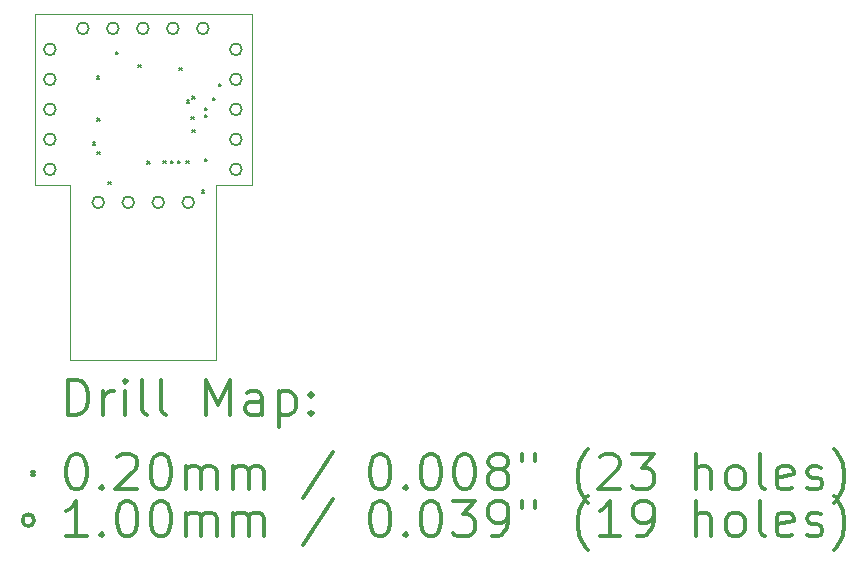
<source format=gbr>
%FSLAX45Y45*%
G04 Gerber Fmt 4.5, Leading zero omitted, Abs format (unit mm)*
G04 Created by KiCad (PCBNEW (5.1.9)-1) date 2021-08-06 11:35:15*
%MOMM*%
%LPD*%
G01*
G04 APERTURE LIST*
%TA.AperFunction,Profile*%
%ADD10C,0.050000*%
%TD*%
%ADD11C,0.200000*%
%ADD12C,0.300000*%
G04 APERTURE END LIST*
D10*
X11540000Y-10000000D02*
X11240000Y-10000000D01*
X11540000Y-8550000D02*
X11540000Y-10000000D01*
X9700000Y-8550000D02*
X11540000Y-8550000D01*
X9700000Y-10000000D02*
X9700000Y-8550000D01*
X10000000Y-10000000D02*
X9700000Y-10000000D01*
X11240000Y-10000000D02*
X11240000Y-11480000D01*
X10000000Y-11480000D02*
X11240000Y-11480000D01*
X10000000Y-10000000D02*
X10000000Y-11480000D01*
D11*
X10192163Y-9639969D02*
X10212163Y-9659969D01*
X10212163Y-9639969D02*
X10192163Y-9659969D01*
X10229563Y-9081200D02*
X10249563Y-9101200D01*
X10249563Y-9081200D02*
X10229563Y-9101200D01*
X10232165Y-9718284D02*
X10252165Y-9738284D01*
X10252165Y-9718284D02*
X10232165Y-9738284D01*
X10233000Y-9435720D02*
X10253000Y-9455720D01*
X10253000Y-9435720D02*
X10233000Y-9455720D01*
X10324581Y-9972009D02*
X10344581Y-9992009D01*
X10344581Y-9972009D02*
X10324581Y-9992009D01*
X10386734Y-8873507D02*
X10406734Y-8893507D01*
X10406734Y-8873507D02*
X10386734Y-8893507D01*
X10579975Y-8983419D02*
X10599975Y-9003419D01*
X10599975Y-8983419D02*
X10579975Y-9003419D01*
X10654243Y-9798334D02*
X10674243Y-9818334D01*
X10674243Y-9798334D02*
X10654243Y-9818334D01*
X10792004Y-9795100D02*
X10812004Y-9815100D01*
X10812004Y-9795100D02*
X10792004Y-9815100D01*
X10852000Y-9794400D02*
X10872000Y-9814400D01*
X10872000Y-9794400D02*
X10852000Y-9814400D01*
X10912000Y-9794400D02*
X10932000Y-9814400D01*
X10932000Y-9794400D02*
X10912000Y-9814400D01*
X10924700Y-9007000D02*
X10944700Y-9027000D01*
X10944700Y-9007000D02*
X10924700Y-9027000D01*
X10985000Y-9794400D02*
X11005000Y-9814400D01*
X11005000Y-9794400D02*
X10985000Y-9814400D01*
X10987000Y-9283410D02*
X11007000Y-9303410D01*
X11007000Y-9283410D02*
X10987000Y-9303410D01*
X11028607Y-9423400D02*
X11048607Y-9443400D01*
X11048607Y-9423400D02*
X11028607Y-9443400D01*
X11034564Y-9532529D02*
X11054564Y-9552529D01*
X11054564Y-9532529D02*
X11034564Y-9552529D01*
X11036267Y-9249163D02*
X11056267Y-9269163D01*
X11056267Y-9249163D02*
X11036267Y-9269163D01*
X11117697Y-10045485D02*
X11137697Y-10065485D01*
X11137697Y-10045485D02*
X11117697Y-10065485D01*
X11142500Y-9780100D02*
X11162500Y-9800100D01*
X11162500Y-9780100D02*
X11142500Y-9800100D01*
X11143035Y-9348328D02*
X11163035Y-9368328D01*
X11163035Y-9348328D02*
X11143035Y-9368328D01*
X11143259Y-9408328D02*
X11163259Y-9428328D01*
X11163259Y-9408328D02*
X11143259Y-9428328D01*
X11207656Y-9263686D02*
X11227656Y-9283686D01*
X11227656Y-9263686D02*
X11207656Y-9283686D01*
X11259966Y-9144187D02*
X11279966Y-9164187D01*
X11279966Y-9144187D02*
X11259966Y-9164187D01*
X9879800Y-8851900D02*
G75*
G03*
X9879800Y-8851900I-50000J0D01*
G01*
X9879800Y-9105900D02*
G75*
G03*
X9879800Y-9105900I-50000J0D01*
G01*
X9879800Y-9359900D02*
G75*
G03*
X9879800Y-9359900I-50000J0D01*
G01*
X9879800Y-9613900D02*
G75*
G03*
X9879800Y-9613900I-50000J0D01*
G01*
X9879800Y-9867900D02*
G75*
G03*
X9879800Y-9867900I-50000J0D01*
G01*
X10159200Y-8674100D02*
G75*
G03*
X10159200Y-8674100I-50000J0D01*
G01*
X10290000Y-10147300D02*
G75*
G03*
X10290000Y-10147300I-50000J0D01*
G01*
X10413200Y-8674100D02*
G75*
G03*
X10413200Y-8674100I-50000J0D01*
G01*
X10544000Y-10147300D02*
G75*
G03*
X10544000Y-10147300I-50000J0D01*
G01*
X10667200Y-8674100D02*
G75*
G03*
X10667200Y-8674100I-50000J0D01*
G01*
X10798000Y-10147300D02*
G75*
G03*
X10798000Y-10147300I-50000J0D01*
G01*
X10921200Y-8674100D02*
G75*
G03*
X10921200Y-8674100I-50000J0D01*
G01*
X11052000Y-10147300D02*
G75*
G03*
X11052000Y-10147300I-50000J0D01*
G01*
X11175200Y-8674100D02*
G75*
G03*
X11175200Y-8674100I-50000J0D01*
G01*
X11454600Y-8851900D02*
G75*
G03*
X11454600Y-8851900I-50000J0D01*
G01*
X11454600Y-9105900D02*
G75*
G03*
X11454600Y-9105900I-50000J0D01*
G01*
X11454600Y-9359900D02*
G75*
G03*
X11454600Y-9359900I-50000J0D01*
G01*
X11454600Y-9613900D02*
G75*
G03*
X11454600Y-9613900I-50000J0D01*
G01*
X11454600Y-9867900D02*
G75*
G03*
X11454600Y-9867900I-50000J0D01*
G01*
D12*
X9983928Y-11948214D02*
X9983928Y-11648214D01*
X10055357Y-11648214D01*
X10098214Y-11662500D01*
X10126786Y-11691071D01*
X10141071Y-11719643D01*
X10155357Y-11776786D01*
X10155357Y-11819643D01*
X10141071Y-11876786D01*
X10126786Y-11905357D01*
X10098214Y-11933929D01*
X10055357Y-11948214D01*
X9983928Y-11948214D01*
X10283928Y-11948214D02*
X10283928Y-11748214D01*
X10283928Y-11805357D02*
X10298214Y-11776786D01*
X10312500Y-11762500D01*
X10341071Y-11748214D01*
X10369643Y-11748214D01*
X10469643Y-11948214D02*
X10469643Y-11748214D01*
X10469643Y-11648214D02*
X10455357Y-11662500D01*
X10469643Y-11676786D01*
X10483928Y-11662500D01*
X10469643Y-11648214D01*
X10469643Y-11676786D01*
X10655357Y-11948214D02*
X10626786Y-11933929D01*
X10612500Y-11905357D01*
X10612500Y-11648214D01*
X10812500Y-11948214D02*
X10783928Y-11933929D01*
X10769643Y-11905357D01*
X10769643Y-11648214D01*
X11155357Y-11948214D02*
X11155357Y-11648214D01*
X11255357Y-11862500D01*
X11355357Y-11648214D01*
X11355357Y-11948214D01*
X11626786Y-11948214D02*
X11626786Y-11791071D01*
X11612500Y-11762500D01*
X11583928Y-11748214D01*
X11526786Y-11748214D01*
X11498214Y-11762500D01*
X11626786Y-11933929D02*
X11598214Y-11948214D01*
X11526786Y-11948214D01*
X11498214Y-11933929D01*
X11483928Y-11905357D01*
X11483928Y-11876786D01*
X11498214Y-11848214D01*
X11526786Y-11833929D01*
X11598214Y-11833929D01*
X11626786Y-11819643D01*
X11769643Y-11748214D02*
X11769643Y-12048214D01*
X11769643Y-11762500D02*
X11798214Y-11748214D01*
X11855357Y-11748214D01*
X11883928Y-11762500D01*
X11898214Y-11776786D01*
X11912500Y-11805357D01*
X11912500Y-11891071D01*
X11898214Y-11919643D01*
X11883928Y-11933929D01*
X11855357Y-11948214D01*
X11798214Y-11948214D01*
X11769643Y-11933929D01*
X12041071Y-11919643D02*
X12055357Y-11933929D01*
X12041071Y-11948214D01*
X12026786Y-11933929D01*
X12041071Y-11919643D01*
X12041071Y-11948214D01*
X12041071Y-11762500D02*
X12055357Y-11776786D01*
X12041071Y-11791071D01*
X12026786Y-11776786D01*
X12041071Y-11762500D01*
X12041071Y-11791071D01*
X9677500Y-12432500D02*
X9697500Y-12452500D01*
X9697500Y-12432500D02*
X9677500Y-12452500D01*
X10041071Y-12278214D02*
X10069643Y-12278214D01*
X10098214Y-12292500D01*
X10112500Y-12306786D01*
X10126786Y-12335357D01*
X10141071Y-12392500D01*
X10141071Y-12463929D01*
X10126786Y-12521071D01*
X10112500Y-12549643D01*
X10098214Y-12563929D01*
X10069643Y-12578214D01*
X10041071Y-12578214D01*
X10012500Y-12563929D01*
X9998214Y-12549643D01*
X9983928Y-12521071D01*
X9969643Y-12463929D01*
X9969643Y-12392500D01*
X9983928Y-12335357D01*
X9998214Y-12306786D01*
X10012500Y-12292500D01*
X10041071Y-12278214D01*
X10269643Y-12549643D02*
X10283928Y-12563929D01*
X10269643Y-12578214D01*
X10255357Y-12563929D01*
X10269643Y-12549643D01*
X10269643Y-12578214D01*
X10398214Y-12306786D02*
X10412500Y-12292500D01*
X10441071Y-12278214D01*
X10512500Y-12278214D01*
X10541071Y-12292500D01*
X10555357Y-12306786D01*
X10569643Y-12335357D01*
X10569643Y-12363929D01*
X10555357Y-12406786D01*
X10383928Y-12578214D01*
X10569643Y-12578214D01*
X10755357Y-12278214D02*
X10783928Y-12278214D01*
X10812500Y-12292500D01*
X10826786Y-12306786D01*
X10841071Y-12335357D01*
X10855357Y-12392500D01*
X10855357Y-12463929D01*
X10841071Y-12521071D01*
X10826786Y-12549643D01*
X10812500Y-12563929D01*
X10783928Y-12578214D01*
X10755357Y-12578214D01*
X10726786Y-12563929D01*
X10712500Y-12549643D01*
X10698214Y-12521071D01*
X10683928Y-12463929D01*
X10683928Y-12392500D01*
X10698214Y-12335357D01*
X10712500Y-12306786D01*
X10726786Y-12292500D01*
X10755357Y-12278214D01*
X10983928Y-12578214D02*
X10983928Y-12378214D01*
X10983928Y-12406786D02*
X10998214Y-12392500D01*
X11026786Y-12378214D01*
X11069643Y-12378214D01*
X11098214Y-12392500D01*
X11112500Y-12421071D01*
X11112500Y-12578214D01*
X11112500Y-12421071D02*
X11126786Y-12392500D01*
X11155357Y-12378214D01*
X11198214Y-12378214D01*
X11226786Y-12392500D01*
X11241071Y-12421071D01*
X11241071Y-12578214D01*
X11383928Y-12578214D02*
X11383928Y-12378214D01*
X11383928Y-12406786D02*
X11398214Y-12392500D01*
X11426786Y-12378214D01*
X11469643Y-12378214D01*
X11498214Y-12392500D01*
X11512500Y-12421071D01*
X11512500Y-12578214D01*
X11512500Y-12421071D02*
X11526786Y-12392500D01*
X11555357Y-12378214D01*
X11598214Y-12378214D01*
X11626786Y-12392500D01*
X11641071Y-12421071D01*
X11641071Y-12578214D01*
X12226786Y-12263929D02*
X11969643Y-12649643D01*
X12612500Y-12278214D02*
X12641071Y-12278214D01*
X12669643Y-12292500D01*
X12683928Y-12306786D01*
X12698214Y-12335357D01*
X12712500Y-12392500D01*
X12712500Y-12463929D01*
X12698214Y-12521071D01*
X12683928Y-12549643D01*
X12669643Y-12563929D01*
X12641071Y-12578214D01*
X12612500Y-12578214D01*
X12583928Y-12563929D01*
X12569643Y-12549643D01*
X12555357Y-12521071D01*
X12541071Y-12463929D01*
X12541071Y-12392500D01*
X12555357Y-12335357D01*
X12569643Y-12306786D01*
X12583928Y-12292500D01*
X12612500Y-12278214D01*
X12841071Y-12549643D02*
X12855357Y-12563929D01*
X12841071Y-12578214D01*
X12826786Y-12563929D01*
X12841071Y-12549643D01*
X12841071Y-12578214D01*
X13041071Y-12278214D02*
X13069643Y-12278214D01*
X13098214Y-12292500D01*
X13112500Y-12306786D01*
X13126786Y-12335357D01*
X13141071Y-12392500D01*
X13141071Y-12463929D01*
X13126786Y-12521071D01*
X13112500Y-12549643D01*
X13098214Y-12563929D01*
X13069643Y-12578214D01*
X13041071Y-12578214D01*
X13012500Y-12563929D01*
X12998214Y-12549643D01*
X12983928Y-12521071D01*
X12969643Y-12463929D01*
X12969643Y-12392500D01*
X12983928Y-12335357D01*
X12998214Y-12306786D01*
X13012500Y-12292500D01*
X13041071Y-12278214D01*
X13326786Y-12278214D02*
X13355357Y-12278214D01*
X13383928Y-12292500D01*
X13398214Y-12306786D01*
X13412500Y-12335357D01*
X13426786Y-12392500D01*
X13426786Y-12463929D01*
X13412500Y-12521071D01*
X13398214Y-12549643D01*
X13383928Y-12563929D01*
X13355357Y-12578214D01*
X13326786Y-12578214D01*
X13298214Y-12563929D01*
X13283928Y-12549643D01*
X13269643Y-12521071D01*
X13255357Y-12463929D01*
X13255357Y-12392500D01*
X13269643Y-12335357D01*
X13283928Y-12306786D01*
X13298214Y-12292500D01*
X13326786Y-12278214D01*
X13598214Y-12406786D02*
X13569643Y-12392500D01*
X13555357Y-12378214D01*
X13541071Y-12349643D01*
X13541071Y-12335357D01*
X13555357Y-12306786D01*
X13569643Y-12292500D01*
X13598214Y-12278214D01*
X13655357Y-12278214D01*
X13683928Y-12292500D01*
X13698214Y-12306786D01*
X13712500Y-12335357D01*
X13712500Y-12349643D01*
X13698214Y-12378214D01*
X13683928Y-12392500D01*
X13655357Y-12406786D01*
X13598214Y-12406786D01*
X13569643Y-12421071D01*
X13555357Y-12435357D01*
X13541071Y-12463929D01*
X13541071Y-12521071D01*
X13555357Y-12549643D01*
X13569643Y-12563929D01*
X13598214Y-12578214D01*
X13655357Y-12578214D01*
X13683928Y-12563929D01*
X13698214Y-12549643D01*
X13712500Y-12521071D01*
X13712500Y-12463929D01*
X13698214Y-12435357D01*
X13683928Y-12421071D01*
X13655357Y-12406786D01*
X13826786Y-12278214D02*
X13826786Y-12335357D01*
X13941071Y-12278214D02*
X13941071Y-12335357D01*
X14383928Y-12692500D02*
X14369643Y-12678214D01*
X14341071Y-12635357D01*
X14326786Y-12606786D01*
X14312500Y-12563929D01*
X14298214Y-12492500D01*
X14298214Y-12435357D01*
X14312500Y-12363929D01*
X14326786Y-12321071D01*
X14341071Y-12292500D01*
X14369643Y-12249643D01*
X14383928Y-12235357D01*
X14483928Y-12306786D02*
X14498214Y-12292500D01*
X14526786Y-12278214D01*
X14598214Y-12278214D01*
X14626786Y-12292500D01*
X14641071Y-12306786D01*
X14655357Y-12335357D01*
X14655357Y-12363929D01*
X14641071Y-12406786D01*
X14469643Y-12578214D01*
X14655357Y-12578214D01*
X14755357Y-12278214D02*
X14941071Y-12278214D01*
X14841071Y-12392500D01*
X14883928Y-12392500D01*
X14912500Y-12406786D01*
X14926786Y-12421071D01*
X14941071Y-12449643D01*
X14941071Y-12521071D01*
X14926786Y-12549643D01*
X14912500Y-12563929D01*
X14883928Y-12578214D01*
X14798214Y-12578214D01*
X14769643Y-12563929D01*
X14755357Y-12549643D01*
X15298214Y-12578214D02*
X15298214Y-12278214D01*
X15426786Y-12578214D02*
X15426786Y-12421071D01*
X15412500Y-12392500D01*
X15383928Y-12378214D01*
X15341071Y-12378214D01*
X15312500Y-12392500D01*
X15298214Y-12406786D01*
X15612500Y-12578214D02*
X15583928Y-12563929D01*
X15569643Y-12549643D01*
X15555357Y-12521071D01*
X15555357Y-12435357D01*
X15569643Y-12406786D01*
X15583928Y-12392500D01*
X15612500Y-12378214D01*
X15655357Y-12378214D01*
X15683928Y-12392500D01*
X15698214Y-12406786D01*
X15712500Y-12435357D01*
X15712500Y-12521071D01*
X15698214Y-12549643D01*
X15683928Y-12563929D01*
X15655357Y-12578214D01*
X15612500Y-12578214D01*
X15883928Y-12578214D02*
X15855357Y-12563929D01*
X15841071Y-12535357D01*
X15841071Y-12278214D01*
X16112500Y-12563929D02*
X16083928Y-12578214D01*
X16026786Y-12578214D01*
X15998214Y-12563929D01*
X15983928Y-12535357D01*
X15983928Y-12421071D01*
X15998214Y-12392500D01*
X16026786Y-12378214D01*
X16083928Y-12378214D01*
X16112500Y-12392500D01*
X16126786Y-12421071D01*
X16126786Y-12449643D01*
X15983928Y-12478214D01*
X16241071Y-12563929D02*
X16269643Y-12578214D01*
X16326786Y-12578214D01*
X16355357Y-12563929D01*
X16369643Y-12535357D01*
X16369643Y-12521071D01*
X16355357Y-12492500D01*
X16326786Y-12478214D01*
X16283928Y-12478214D01*
X16255357Y-12463929D01*
X16241071Y-12435357D01*
X16241071Y-12421071D01*
X16255357Y-12392500D01*
X16283928Y-12378214D01*
X16326786Y-12378214D01*
X16355357Y-12392500D01*
X16469643Y-12692500D02*
X16483928Y-12678214D01*
X16512500Y-12635357D01*
X16526786Y-12606786D01*
X16541071Y-12563929D01*
X16555357Y-12492500D01*
X16555357Y-12435357D01*
X16541071Y-12363929D01*
X16526786Y-12321071D01*
X16512500Y-12292500D01*
X16483928Y-12249643D01*
X16469643Y-12235357D01*
X9697500Y-12838500D02*
G75*
G03*
X9697500Y-12838500I-50000J0D01*
G01*
X10141071Y-12974214D02*
X9969643Y-12974214D01*
X10055357Y-12974214D02*
X10055357Y-12674214D01*
X10026786Y-12717071D01*
X9998214Y-12745643D01*
X9969643Y-12759929D01*
X10269643Y-12945643D02*
X10283928Y-12959929D01*
X10269643Y-12974214D01*
X10255357Y-12959929D01*
X10269643Y-12945643D01*
X10269643Y-12974214D01*
X10469643Y-12674214D02*
X10498214Y-12674214D01*
X10526786Y-12688500D01*
X10541071Y-12702786D01*
X10555357Y-12731357D01*
X10569643Y-12788500D01*
X10569643Y-12859929D01*
X10555357Y-12917071D01*
X10541071Y-12945643D01*
X10526786Y-12959929D01*
X10498214Y-12974214D01*
X10469643Y-12974214D01*
X10441071Y-12959929D01*
X10426786Y-12945643D01*
X10412500Y-12917071D01*
X10398214Y-12859929D01*
X10398214Y-12788500D01*
X10412500Y-12731357D01*
X10426786Y-12702786D01*
X10441071Y-12688500D01*
X10469643Y-12674214D01*
X10755357Y-12674214D02*
X10783928Y-12674214D01*
X10812500Y-12688500D01*
X10826786Y-12702786D01*
X10841071Y-12731357D01*
X10855357Y-12788500D01*
X10855357Y-12859929D01*
X10841071Y-12917071D01*
X10826786Y-12945643D01*
X10812500Y-12959929D01*
X10783928Y-12974214D01*
X10755357Y-12974214D01*
X10726786Y-12959929D01*
X10712500Y-12945643D01*
X10698214Y-12917071D01*
X10683928Y-12859929D01*
X10683928Y-12788500D01*
X10698214Y-12731357D01*
X10712500Y-12702786D01*
X10726786Y-12688500D01*
X10755357Y-12674214D01*
X10983928Y-12974214D02*
X10983928Y-12774214D01*
X10983928Y-12802786D02*
X10998214Y-12788500D01*
X11026786Y-12774214D01*
X11069643Y-12774214D01*
X11098214Y-12788500D01*
X11112500Y-12817071D01*
X11112500Y-12974214D01*
X11112500Y-12817071D02*
X11126786Y-12788500D01*
X11155357Y-12774214D01*
X11198214Y-12774214D01*
X11226786Y-12788500D01*
X11241071Y-12817071D01*
X11241071Y-12974214D01*
X11383928Y-12974214D02*
X11383928Y-12774214D01*
X11383928Y-12802786D02*
X11398214Y-12788500D01*
X11426786Y-12774214D01*
X11469643Y-12774214D01*
X11498214Y-12788500D01*
X11512500Y-12817071D01*
X11512500Y-12974214D01*
X11512500Y-12817071D02*
X11526786Y-12788500D01*
X11555357Y-12774214D01*
X11598214Y-12774214D01*
X11626786Y-12788500D01*
X11641071Y-12817071D01*
X11641071Y-12974214D01*
X12226786Y-12659929D02*
X11969643Y-13045643D01*
X12612500Y-12674214D02*
X12641071Y-12674214D01*
X12669643Y-12688500D01*
X12683928Y-12702786D01*
X12698214Y-12731357D01*
X12712500Y-12788500D01*
X12712500Y-12859929D01*
X12698214Y-12917071D01*
X12683928Y-12945643D01*
X12669643Y-12959929D01*
X12641071Y-12974214D01*
X12612500Y-12974214D01*
X12583928Y-12959929D01*
X12569643Y-12945643D01*
X12555357Y-12917071D01*
X12541071Y-12859929D01*
X12541071Y-12788500D01*
X12555357Y-12731357D01*
X12569643Y-12702786D01*
X12583928Y-12688500D01*
X12612500Y-12674214D01*
X12841071Y-12945643D02*
X12855357Y-12959929D01*
X12841071Y-12974214D01*
X12826786Y-12959929D01*
X12841071Y-12945643D01*
X12841071Y-12974214D01*
X13041071Y-12674214D02*
X13069643Y-12674214D01*
X13098214Y-12688500D01*
X13112500Y-12702786D01*
X13126786Y-12731357D01*
X13141071Y-12788500D01*
X13141071Y-12859929D01*
X13126786Y-12917071D01*
X13112500Y-12945643D01*
X13098214Y-12959929D01*
X13069643Y-12974214D01*
X13041071Y-12974214D01*
X13012500Y-12959929D01*
X12998214Y-12945643D01*
X12983928Y-12917071D01*
X12969643Y-12859929D01*
X12969643Y-12788500D01*
X12983928Y-12731357D01*
X12998214Y-12702786D01*
X13012500Y-12688500D01*
X13041071Y-12674214D01*
X13241071Y-12674214D02*
X13426786Y-12674214D01*
X13326786Y-12788500D01*
X13369643Y-12788500D01*
X13398214Y-12802786D01*
X13412500Y-12817071D01*
X13426786Y-12845643D01*
X13426786Y-12917071D01*
X13412500Y-12945643D01*
X13398214Y-12959929D01*
X13369643Y-12974214D01*
X13283928Y-12974214D01*
X13255357Y-12959929D01*
X13241071Y-12945643D01*
X13569643Y-12974214D02*
X13626786Y-12974214D01*
X13655357Y-12959929D01*
X13669643Y-12945643D01*
X13698214Y-12902786D01*
X13712500Y-12845643D01*
X13712500Y-12731357D01*
X13698214Y-12702786D01*
X13683928Y-12688500D01*
X13655357Y-12674214D01*
X13598214Y-12674214D01*
X13569643Y-12688500D01*
X13555357Y-12702786D01*
X13541071Y-12731357D01*
X13541071Y-12802786D01*
X13555357Y-12831357D01*
X13569643Y-12845643D01*
X13598214Y-12859929D01*
X13655357Y-12859929D01*
X13683928Y-12845643D01*
X13698214Y-12831357D01*
X13712500Y-12802786D01*
X13826786Y-12674214D02*
X13826786Y-12731357D01*
X13941071Y-12674214D02*
X13941071Y-12731357D01*
X14383928Y-13088500D02*
X14369643Y-13074214D01*
X14341071Y-13031357D01*
X14326786Y-13002786D01*
X14312500Y-12959929D01*
X14298214Y-12888500D01*
X14298214Y-12831357D01*
X14312500Y-12759929D01*
X14326786Y-12717071D01*
X14341071Y-12688500D01*
X14369643Y-12645643D01*
X14383928Y-12631357D01*
X14655357Y-12974214D02*
X14483928Y-12974214D01*
X14569643Y-12974214D02*
X14569643Y-12674214D01*
X14541071Y-12717071D01*
X14512500Y-12745643D01*
X14483928Y-12759929D01*
X14798214Y-12974214D02*
X14855357Y-12974214D01*
X14883928Y-12959929D01*
X14898214Y-12945643D01*
X14926786Y-12902786D01*
X14941071Y-12845643D01*
X14941071Y-12731357D01*
X14926786Y-12702786D01*
X14912500Y-12688500D01*
X14883928Y-12674214D01*
X14826786Y-12674214D01*
X14798214Y-12688500D01*
X14783928Y-12702786D01*
X14769643Y-12731357D01*
X14769643Y-12802786D01*
X14783928Y-12831357D01*
X14798214Y-12845643D01*
X14826786Y-12859929D01*
X14883928Y-12859929D01*
X14912500Y-12845643D01*
X14926786Y-12831357D01*
X14941071Y-12802786D01*
X15298214Y-12974214D02*
X15298214Y-12674214D01*
X15426786Y-12974214D02*
X15426786Y-12817071D01*
X15412500Y-12788500D01*
X15383928Y-12774214D01*
X15341071Y-12774214D01*
X15312500Y-12788500D01*
X15298214Y-12802786D01*
X15612500Y-12974214D02*
X15583928Y-12959929D01*
X15569643Y-12945643D01*
X15555357Y-12917071D01*
X15555357Y-12831357D01*
X15569643Y-12802786D01*
X15583928Y-12788500D01*
X15612500Y-12774214D01*
X15655357Y-12774214D01*
X15683928Y-12788500D01*
X15698214Y-12802786D01*
X15712500Y-12831357D01*
X15712500Y-12917071D01*
X15698214Y-12945643D01*
X15683928Y-12959929D01*
X15655357Y-12974214D01*
X15612500Y-12974214D01*
X15883928Y-12974214D02*
X15855357Y-12959929D01*
X15841071Y-12931357D01*
X15841071Y-12674214D01*
X16112500Y-12959929D02*
X16083928Y-12974214D01*
X16026786Y-12974214D01*
X15998214Y-12959929D01*
X15983928Y-12931357D01*
X15983928Y-12817071D01*
X15998214Y-12788500D01*
X16026786Y-12774214D01*
X16083928Y-12774214D01*
X16112500Y-12788500D01*
X16126786Y-12817071D01*
X16126786Y-12845643D01*
X15983928Y-12874214D01*
X16241071Y-12959929D02*
X16269643Y-12974214D01*
X16326786Y-12974214D01*
X16355357Y-12959929D01*
X16369643Y-12931357D01*
X16369643Y-12917071D01*
X16355357Y-12888500D01*
X16326786Y-12874214D01*
X16283928Y-12874214D01*
X16255357Y-12859929D01*
X16241071Y-12831357D01*
X16241071Y-12817071D01*
X16255357Y-12788500D01*
X16283928Y-12774214D01*
X16326786Y-12774214D01*
X16355357Y-12788500D01*
X16469643Y-13088500D02*
X16483928Y-13074214D01*
X16512500Y-13031357D01*
X16526786Y-13002786D01*
X16541071Y-12959929D01*
X16555357Y-12888500D01*
X16555357Y-12831357D01*
X16541071Y-12759929D01*
X16526786Y-12717071D01*
X16512500Y-12688500D01*
X16483928Y-12645643D01*
X16469643Y-12631357D01*
M02*

</source>
